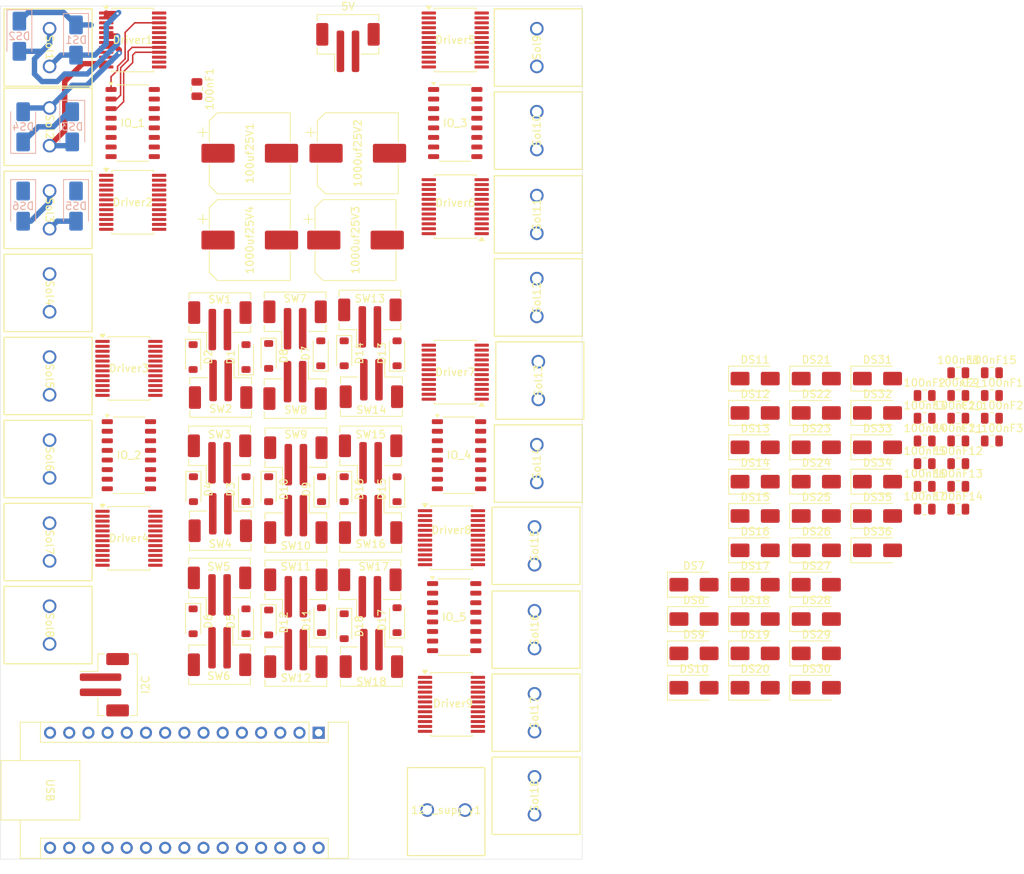
<source format=kicad_pcb>
(kicad_pcb (version 20241229) (generator "pcbnew") (generator_version "9.0")
  (layers (0 "F.Cu" signal) (4 "In1.Cu" signal "GND.Cu") (6 "In2.Cu" signal "12V.Cu") (2 "B.Cu" signal) (13 "F.Paste" user) (15 "B.Paste" user) (5 "F.SilkS" user "F.Silkscreen") (7 "B.SilkS" user "B.Silkscreen") (1 "F.Mask" user) (3 "B.Mask" user) (25 "Edge.Cuts" user))
  (net 0 "")
  (net 1 "5V")
  (net 2 "GND")
  (net 3 "12V")
  (net 6 "Row3")
  (net 8 "LATCH")
  (net 9 "DATA")
  (net 11 "Row4")
  (net 13 "PWM")
  (net 14 "STBY")
  (net 16 "Row2")
  (net 18 "SCL")
  (net 20 "Row1")
  (net 22 "Col1")
  (net 24 "Col3")
  (net 26 "SDA")
  (net 27 "Col2")
  (net 28 "CLOCK")
  (net 29 "Net-(D1-A)")
  (net 30 "Net-(D2-A)")
  (net 31 "Net-(D3-A)")
  (net 32 "Net-(D4-A)")
  (net 33 "Net-(D5-A)")
  (net 34 "Net-(D6-A)")
  (net 35 "Net-(D7-A)")
  (net 36 "Net-(D8-A)")
  (net 37 "Net-(D9-A)")
  (net 38 "Net-(D10-A)")
  (net 39 "Net-(D11-A)")
  (net 40 "Net-(D12-A)")
  (net 41 "Net-(D13-A)")
  (net 42 "Net-(D14-A)")
  (net 43 "Net-(D15-A)")
  (net 44 "Net-(D16-A)")
  (net 45 "Net-(D17-A)")
  (net 46 "Net-(D18-A)")
  (net 47 "S2_out1")
  (net 48 "S1_out2")
  (net 49 "S2_out2")
  (net 50 "S1_in1")
  (net 51 "S2_in2")
  (net 52 "S2_in1")
  (net 53 "S1_out1")
  (net 54 "S1_in2")
  (net 55 "S3_out2")
  (net 56 "S4_in1")
  (net 57 "S3_in2")
  (net 58 "S4_out2")
  (net 59 "S3_out1")
  (net 60 "S3_in1")
  (net 61 "S4_out1")
  (net 62 "S4_in2")
  (net 63 "S6_out2")
  (net 64 "S6_in2")
  (net 65 "S5_out1")
  (net 66 "S5_out2")
  (net 67 "S6_out1")
  (net 68 "S6_in1")
  (net 69 "S5_in2")
  (net 70 "S5_in1")
  (net 71 "S8_out1")
  (net 72 "S7_out2")
  (net 73 "S7_in2")
  (net 74 "S8_in2")
  (net 75 "S7_out1")
  (net 76 "S7_in1")
  (net 77 "S8_out2")
  (net 78 "S8_in1")
  (net 79 "S9_out1")
  (net 80 "S10_out2")
  (net 81 "S10_out1")
  (net 82 "S9_in2")
  (net 83 "S9_out2")
  (net 84 "S10_in1")
  (net 85 "S9_in1")
  (net 86 "S10_in2")
  (net 87 "S12_out1")
  (net 88 "S11_out1")
  (net 89 "S12_in2")
  (net 90 "S12_out2")
  (net 91 "S11_out2")
  (net 92 "S11_in2")
  (net 93 "S12_in1")
  (net 94 "S11_in1")
  (net 95 "S14_out1")
  (net 96 "S14_out2")
  (net 97 "S13_out2")
  (net 98 "S13_out1")
  (net 99 "S14_in2")
  (net 100 "S14_in1")
  (net 101 "S13_in1")
  (net 102 "S13_in2")
  (net 103 "S16_in2")
  (net 104 "S15_out2")
  (net 105 "S15_in1")
  (net 106 "S15_out1")
  (net 107 "S16_out2")
  (net 108 "S16_out1")
  (net 109 "S15_in2")
  (net 110 "S16_in1")
  (net 111 "S18_out1")
  (net 112 "S17_in1")
  (net 113 "S18_in1")
  (net 114 "S17_out1")
  (net 115 "S18_out2")
  (net 116 "S17_in2")
  (net 117 "S18_in2")
  (net 118 "S17_out2")
  (net 119 "Overflow1")
  (net 120 "Row6")
  (net 121 "Overflow2")
  (net 122 "Overflow3")
  (net 123 "Row5")
  (net 125 "Overflow4")
  (footprint "Diode_SMD:D_SMA" (layer "F.Cu") (at 145 87.9)
    (property "Reference" "DS22")
    (property "Value" "D_Schottky")
  )
  (footprint "Connector_JST:JST_PH_B2B-PH-SM4-TB_1x02-1MP_P2.00mm_Vertical" (layer "F.Cu") (at 66 94)
    (property "Reference" "SW3")
    (property "Value" "SW_Push" (hide yes))
  )
  (footprint "Diode_SMD:D_SMA" (layer "F.Cu") (at 128.81 124.3)
    (property "Reference" "DS10")
    (property "Value" "D_Schottky")
  )
  (footprint "Diode_SMD:D_SMA" (layer "F.Cu") (at 128.81 115.2)
    (property "Reference" "DS8")
    (property "Value" "D_Schottky")
  )
  (footprint "Diode_SMD:D_SMA" (layer "F.Cu") (at 145 110.65)
    (property "Reference" "DS27")
    (property "Value" "D_Schottky")
  )
  (footprint "Package_SO:SSOP-24_5.3x8.2mm_P0.65mm" (layer "F.Cu") (at 96.700001 104.425)
    (property "Reference" "Driver8")
    (property "Value" "TB6612FNG" (hide yes))
  )
  (footprint "Diode_SMD:D_SOD-123" (layer "F.Cu") (at 69.5 80.5 90)
    (property "Reference" "D1")
    (property "Value" "1N4148" (hide yes))
  )
  (footprint "Capacitor_SMD:C_0805_2012Metric" (layer "F.Cu") (at 163.795 91.61)
    (property "Reference" "100nF11")
    (property "Value" "C")
  )
  (footprint "Diode_SMD:D_SMA" (layer "F.Cu") (at 128.81 119.75)
    (property "Reference" "DS9")
    (property "Value" "D_Schottky")
  )
  (footprint "Package_SO:SSOP-24_5.3x8.2mm_P0.65mm" (layer "F.Cu") (at 97.200001 38.5)
    (property "Reference" "Driver5")
    (property "Value" "TB6612FNG" (hide yes))
  )
  (footprint "Capacitor_SMD:CP_Elec_10x12.5" (layer "F.Cu") (at 84.3 53.5)
    (property "Reference" "1000uf25V2")
    (property "Value" "C_Polarized" (hide yes))
  )
  (footprint "Capacitor_SMD:C_0805_2012Metric" (layer "F.Cu") (at 159.345 100.64)
    (property "Reference" "100nF7")
    (property "Value" "C")
  )
  (footprint "Diode_SMD:D_SOD-123" (layer "F.Cu") (at 82.5 80 -90)
    (property "Reference" "D14")
    (property "Value" "1N4148" (hide yes))
  )
  (footprint "Diode_SMD:D_SMA" (layer "F.Cu") (at 153.095 106.1)
    (property "Reference" "DS36")
    (property "Value" "D_Schottky")
  )
  (footprint "Diode_SMD:D_SMA" (layer "F.Cu") (at 145 106.1)
    (property "Reference" "DS26")
    (property "Value" "D_Schottky")
  )
  (footprint "Connector_JST:JST_PH_B2B-PH-SM4-TB_1x02-1MP_P2.00mm_Vertical" (layer "F.Cu") (at 66.1 101.75 180)
    (property "Reference" "SW4")
    (property "Value" "SW_Push" (hide yes))
  )
  (footprint "Diode_SMD:D_SOD-123" (layer "F.Cu") (at 89.5 80 90)
    (property "Reference" "D13")
    (property "Value" "1N4148" (hide yes))
  )
  (footprint "TerminalBlock_Phoenix:ScrewTerminal_Vertical_1935310" (layer "F.Cu") (at 43.5 80.5 -90)
    (property "Reference" "Sol5")
    (property "Value" "Conn_01x02_Pin" (hide yes))
  )
  (footprint "TerminalBlock_Phoenix:ScrewTerminal_Vertical_1935310" (layer "F.Cu") (at 93.5 140.5)
    (property "Reference" "12V_supply1")
    (property "Value" "Conn_01x02_Pin" (hide yes))
  )
  (footprint "Diode_SMD:D_SOD-123" (layer "F.Cu") (at 69.5 98 90)
    (property "Reference" "D3")
    (property "Value" "1N4148" (hide yes))
  )
  (footprint "Capacitor_SMD:C_0805_2012Metric" (layer "F.Cu") (at 159.345 91.61)
    (property "Reference" "100nF4")
    (property "Value" "C")
  )
  (footprint "TerminalBlock_Phoenix:ScrewTerminal_Vertical_1935310" (layer "F.Cu") (at 107.700001 141.1049 90)
    (property "Reference" "Sol18")
    (property "Value" "Conn_01x02_Pin" (hide yes))
  )
  (footprint "Diode_SMD:D_SMA" (layer "F.Cu") (at 136.905 87.9)
    (property "Reference" "DS12")
    (property "Value" "D_Schottky")
  )
  (footprint "Connector_JST:JST_PH_B2B-PH-SM4-TB_1x02-1MP_P2.00mm_Vertical" (layer "F.Cu") (at 66 119.5 180)
    (property "Reference" "SW6")
    (property "Value" "SW_Push" (hide yes))
  )
  (footprint "Diode_SMD:D_SMA" (layer "F.Cu") (at 136.905 101.55)
    (property "Reference" "DS15")
    (property "Value" "D_Schottky")
  )
  (footprint "TerminalBlock_Phoenix:ScrewTerminal_Vertical_1935310" (layer "F.Cu") (at 108 42 90)
    (property "Reference" "Sol9")
    (property "Value" "Conn_01x02_Pin" (hide yes))
  )
  (footprint "TerminalBlock_Phoenix:ScrewTerminal_Vertical_1935310" (layer "F.Cu") (at 107.700001 130.1049 90)
    (property "Reference" "Sol17")
    (property "Value" "Conn_01x02_Pin" (hide yes))
  )
  (footprint "Diode_SMD:D_SMA" (layer "F.Cu") (at 136.905 119.75)
    (property "Reference" "DS19")
    (property "Value" "D_Schottky")
  )
  (footprint "Diode_SMD:D_SMA" (layer "F.Cu") (at 145 124.3)
    (property "Reference" "DS30")
    (property "Value" "D_Schottky")
  )
  (footprint "Capacitor_SMD:C_0805_2012Metric" (layer "F.Cu") (at 159.345 85.59)
    (property "Reference" "100nF2")
    (property "Value" "C")
  )
  (footprint "Diode_SMD:D_SOD-123" (layer "F.Cu") (at 79.4 80 90)
    (property "Reference" "D7")
    (property "Value" "1N4148" (hide yes))
  )
  (footprint "Capacitor_SMD:CP_Elec_10x12.5" (layer "F.Cu") (at 70 65)
    (property "Reference" "1000uf25V4")
    (property "Value" "C_Polarized" (hide yes))
  )
  (footprint "Capacitor_SMD:C_0805_2012Metric" (layer "F.Cu") (at 63 45 -90)
    (property "Reference" "100nF1")
    (property "Value" "C" (hide yes))
  )
  (footprint "Capacitor_SMD:C_0805_2012Metric" (layer "F.Cu") (at 163.795 82.58)
    (property "Reference" "100nF8")
    (property "Value" "C")
  )
  (footprint "Diode_SMD:D_SMA" (layer "F.Cu") (at 128.81 110.65)
    (property "Reference" "DS7")
    (property "Value" "D_Schottky")
  )
  (footprint "Connector_JST:JST_PH_B2B-PH-SM4-TB_1x02-1MP_P2.00mm_Vertical" (layer "F.Cu") (at 85.9 111.75)
    (property "Reference" "SW17")
    (property "Value" "SW_Push" (hide yes))
  )
  (footprint "Connector_JST:JST_PH_B2B-PH-SM4-TB_1x02-1MP_P2.00mm_Vertical" (layer "F.Cu") (at 76 84.25 180)
    (property "Reference" "SW8")
    (property "Value" "SW_Push" (hide yes))
  )
  (footprint "Diode_SMD:D_SOD-123" (layer "F.Cu") (at 82.5 116.15 -90)
    (property "Reference" "D18")
    (property "Value" "1N4148" (hide yes))
  )
  (footprint "Connector_JST:JST_PH_B2B-PH-SM4-TB_1x02-1MP_P2.00mm_Vertical" (layer "F.Cu") (at 66 111.5)
    (property "Reference" "SW5")
    (property "Value" "SW_Push" (hide yes))
  )
  (footprint "TerminalBlock_Phoenix:ScrewTerminal_Vertical_1935310" (layer "F.Cu") (at 107.700001 108 90)
    (property "Reference" "Sol15")
    (property "Value" "Conn_01x02_Pin" (hide yes))
  )
  (footprint "Connector_JST:JST_PH_B2B-PH-SM4-TB_1x02-1MP_P2.00mm_Vertical" (layer "F.Cu") (at 76.1 94.25)
    (property "Reference" "SW9")
    (property "Value" "SW_Push" (hide yes))
  )
  (footprint "Capacitor_SMD:C_0805_2012Metric" (layer "F.Cu") (at 168.245 82.58)
    (property "Reference" "100nF15")
    (property "Value" "C")
  )
  (footprint "Connector_JST:JST_PH_B2B-PH-SM4-TB_1x02-1MP_P2.00mm_Vertical" (layer "F.Cu") (at 76.1 119.75 180)
    (property "Reference" "SW12")
    (property "Value" "SW_Push" (hide yes))
  )
  (footprint "Package_SO:SSOP-24_5.3x8.2mm_P0.65mm" (layer "F.Cu") (at 97.200001 60.575 180)
    (property "Reference" "Driver6")
    (property "Value" "TB6612FNG" (hide yes))
  )
  (footprint "Package_SO:JEITA_SOIC-16_3.9x9.9mm_P1.27mm" (layer "F.Cu") (at 54.5 49.5)
    (property "Reference" "IO_1")
    (property "Value" "74HC595" (hide yes))
  )
  (footprint "Diode_SMD:D_SMA" (layer "F.Cu") (at 153.095 101.55)
    (property "Reference" "DS35")
    (property "Value" "D_Schottky")
  )
  (footprint "Package_SO:SSOP-24_5.3x8.2mm_P0.65mm" (layer "F.Cu") (at 97.200001 82.5 180)
    (property "Reference" "Driver7")
    (property "Value" "TB6612FNG" (hide yes))
  )
  (footprint "Connector_JST:JST_PH_B2B-PH-SM4-TB_1x02-1MP_P2.00mm_Vertical" (layer "F.Cu") (at 86.1 84 180)
    (property "Reference" "SW14")
    (property "Value" "SW_Push" (hide yes))
  )
  (footprint "TerminalBlock_Phoenix:ScrewTerminal_Vertical_1935310" (layer "F.Cu") (at 108.200001 86.1049 90)
    (property "Reference" "Sol13")
    (property "Value" "Conn_01x02_Pin" (hide yes))
  )
  (footprint "Diode_SMD:D_SOD-123" (layer "F.Cu") (at 79.5 98 90)
    (property "Reference" "D9")
    (property "Value" "1N4148" (hide yes))
  )
  (footprint "Package_SO:SSOP-24_5.3x8.2mm_P0.65mm" (layer "F.Cu") (at 54.5 60)
    (property "Reference" "Driver2")
    (property "Value" "TB6612FNG" (hide yes))
  )
  (footprint "Package_SO:SSOP-24_5.3x8.2mm_P0.65mm" (layer "F.Cu") (at 54 104.5)
    (property "Reference" "Driver4")
    (property "Value" "TB6612FNG" (hide yes))
  )
  (footprint "Diode_SMD:D_SMA" (layer "F.Cu") (at 145 97)
    (property "Reference" "DS24")
    (property "Value" "D_Schottky")
  )
  (footprint "Connector_JST:JST_PH_B2B-PH-SM4-TB_1x02-1MP_P2.00mm_Vertical" (layer "F.Cu") (at 83 39.5)
    (property "Reference" "5V")
    (property "Value" "Conn_01x01_Pin" (hide yes))
  )
  (footprint "Capacitor_SMD:C_0805_2012Metric" (layer "F.Cu") (at 168.245 85.59)
    (property "Reference" "C2_100nF1")
    (property "Value" "C")
  )
  (footprint "Capacitor_SMD:C_0805_2012Metric" (layer "F.Cu") (at 159.345 97.63)
    (property "Reference" "100nF6")
    (property "Value" "C")
  )
  (footprint "Capacitor_SMD:C_0805_2012Metric" (layer "F.Cu") (at 163.795 97.63)
    (property "Reference" "100nF13")
    (property "Value" "C")
  )
  (footprint "Connector_JST:JST_PH_B2B-PH-SM4-TB_1x02-1MP_P2.00mm_Vertical" (layer "F.Cu") (at 76.1 102 180)
    (property "Reference" "SW10")
    (property "Value" "SW_Push" (hide yes))
  )
  (footprint "TerminalBlock_Phoenix:ScrewTerminal_Vertical_1935310" (layer "F.Cu") (at 108 97.1049 90)
    (property "Reference" "Sol14")
    (property "Value" "Conn_01x02_Pin" (hide yes))
  )
  (footprint "TerminalBlock_Phoenix:ScrewTerminal_Vertical_1935310" (layer "F.Cu") (at 43.5 113.5 -90)
    (property "Reference" "Sol8")
    (property "Value" "Conn_01x02_Pin" (hide yes))
  )
  (footprint "Connector_JST:JST_PH_B2B-PH-SM4-TB_1x02-1MP_P2.00mm_Vertical" (layer "F.Cu") (at 86 94)
    (property "Reference" "SW15")
    (property "Value" "SW_Push" (hide yes))
  )
  (footprint "Connector_JST:JST_PH_B2B-PH-SM4-TB_1x02-1MP_P2.00mm_Vertical" (layer "F.Cu") (at 86.1 119.75 180)
    (property "Reference" "SW18")
    (property "Value" "SW_Push" (hide yes))
  )
  (footprint "Diode_SMD:D_SMA" (layer "F.Cu") (at 136.905 110.65)
    (property "Reference" "DS17")
    (property "Value" "D_Schottky")
  )
  (footprint "Package_SO:SSOP-24_5.3x8.2mm_P0.65mm" (layer "F.Cu") (at 54.5 38.5)
    (property "Reference" "Driver1")
    (property "Value" "TB6612FNG" (hide yes))
  )
  (footprint "Capacitor_SMD:C_0805_2012Metric" (layer "F.Cu") (at 159.345 88.6)
    (property "Reference" "100nF3")
    (property "Value" "C")
  )
  (footprint "Connector_JST:JST_PH_B2B-PH-SM4-TB_1x02-1MP_P2.00mm_Vertical" (layer "F.Cu") (at 86 102 180)
    (property "Reference" "SW16")
    (property "Value" "SW_Push" (hide yes))
  )
  (footprint "Capacitor_SMD:C_0805_2012Metric" (layer "F.Cu") (at 163.795 85.59)
    (property "Reference" "100nF9")
    (property "Value" "C")
  )
  (footprint "Capacitor_SMD:C_0805_2012Metric" (layer "F.Cu") (at 168.245 88.6)
    (property "Reference" "C2_100nF2")
    (property "Value" "C")
  )
  (footprint "Package_SO:SSOP-24_5.3x8.2mm_P0.65mm" (layer "F.Cu") (at 96.700001 126.5)
    (property "Reference" "Driver9")
    (property "Value" "TB6612FNG" (hide yes))
  )
  (footprint "Diode_SMD:D_SOD-123" (layer "F.Cu") (at 72.5 98 -90)
    (property "Reference" "D10")
    (property "Value" "1N4148" (hide yes))
  )
  (footprint "Diode_SMD:D_SMA" (layer "F.Cu") (at 153.095 97)
    (property "Reference" "DS34")
    (property "Value" "D_Schottky")
  )
  (footprint "Diode_SMD:D_SMA" (layer "F.Cu") (at 136.905 92.45)
    (property "Reference" "DS13")
    (property "Value" "D_Schottky")
  )
  (footprint "TerminalBlock_Phoenix:ScrewTerminal_Vertical_1935310" (layer "F.Cu") (at 43.5 47.5 -90)
    (property "Reference" "Sol2")
    (property "Value" "Conn_01x02_Pin" (hide yes))
  )
  (footprint "Diode_SMD:D_SMA" (layer "F.Cu") (at 145 115.2)
    (property "Reference" "DS28")
    (property "Value" "D_Schottky")
  )
  (footprint "Diode_SMD:D_SMA" (layer "F.Cu") (at 145 101.55)
    (property "Reference" "DS25")
    (property "Value" "D_Schottky")
  )
  (footprint "Diode_SMD:D_SMA" (layer "F.Cu") (at 136.905 97)
    (property "Reference" "DS14")
    (property "Value" "D_Schottky")
  )
  (footprint "Diode_SMD:D_SOD-123" (layer "F.Cu") (at 89.5 115.35 90)
    (property "Reference" "D17")
    (property "Value" "1N4148" (hide yes))
  )
  (footprint "Capacitor_SMD:C_0805_2012Metric" (layer "F.Cu") (at 159.345 94.62)
    (property "Reference" "100nF5")
    (property "Value" "C")
  )
  (footprint "TerminalBlock_Phoenix:ScrewTerminal_Vertical_1935310" (layer "F.Cu") (at 43.5 102.5 -90)
    (property "Reference" "Sol7")
    (property "Value" "Conn_01x02_Pin" (hide yes))
  )
  (footprint "Connector_JST:JST_PH_B2B-PH-SM4-TB_1x02-1MP_P2.00mm_Vertical" (layer "F.Cu") (at 66.14308 84.10692 180)
    (property "Reference" "SW2")
    (property "Value" "SW_Push" (hide yes))
  )
  (footprint "Connector_JST:JST_PH_B2B-PH-SM4-TB_1x02-1MP_P2.00mm_Vertical" (layer "F.Cu") (at 76 76.25)
    (property "Reference" "SW7")
    (property "Value" "SW_Push" (hide yes))
  )
  (footprint "TerminalBlock_Phoenix:ScrewTerminal_Vertical_1935310" (layer "F.Cu") (at 43.5 37 -90)
    (property "Reference" "Sol1")
    (property "Value" "Conn_01x02_Pin" (hide yes))
  )
  (footprint "Diode_SMD:D_SOD-123" (layer "F.Cu") (at 62.5 80.5 -90)
    (property "Reference" "D2")
    (property "Value" "1N4148" (hide yes))
  )
  (footprint "Connector_JST:JST_PH_B2B-PH-SM4-TB_1x02-1MP_P2.00mm_Vertical" (layer "F.Cu") (at 66.04308 76.35692)
    (property "Reference" "SW1")
    (property "Value" "SW_Push" (hide yes))
  )
  (footprint "Package_SO:JEITA_SOIC-16_3.9x9.9mm_P1.27mm" (layer "F.Cu") (at 97.062501 114.945)
    (property "Reference" "IO_5")
    (property "Value" "74HC595" (hide yes))
  )
  (footprint "Package_SO:JEITA_SOIC-16_3.9x9.9mm_P1.27mm" (layer "F.Cu") (at 97.700001 93.5)
    (property "Reference" "IO_4")
    (property "Value" "74HC595" (hide yes))
  )
  (footprint "Connector_JST:JST_PH_B2B-PH-SM4-TB_1x02-1MP_P2.00mm_Vertical" (layer "F.Cu") (at 50.75 123.9 -90)
    (property "Reference" "I2C")
    (property "Value" "Conn_01x02_Pin" (hide yes))
  )
  (footprint "Diode_SMD:D_SMA" (layer "F.Cu") (at 153.095 83.35)
    (property "Reference" "DS31")
    (property "Value" "D_Schottky")
  )
  (footprint "Diode_SMD:D_SOD-123" (layer "F.Cu") (at 82.5 98 -90)
    (property "Reference" "D16")
    (property "Value" "1N4148" (hide yes))
  )
  (footprint "TerminalBlock_Phoenix:ScrewTerminal_Vertical_1935310" (layer "F.Cu") (at 108 75.1049 90)
    (property "Reference" "Sol12")
    (property "Value" "Conn_01x02_Pin" (hide yes))
  )
  (footprint "Capacitor_SMD:CP_Elec_10x12.5" (layer "F.Cu") (at 70 53.5)
    (property "Reference" "100uf25V1")
    (property "Value" "C_Polarized" (hide yes))
  )
  (footprint "Diode_SMD:D_SMA" (layer "F.Cu") (at 136.905 115.2)
    (property "Reference" "DS18")
    (property "Value" "D_Schottky")
  )
  (footprint "Connector_JST:JST_PH_B2B-PH-SM4-TB_1x02-1MP_P2.00mm_Vertical" (layer "F.Cu") (at 85.9 76)
    (property "Reference" "SW13")
    (property "Value" "SW_Push" (hide yes))
  )
  (footprint "Diode_SMD:D_SOD-123" (layer "F.Cu") (at 72.5 80.35 -90)
    (property "Reference" "D8")
    (property "Value" "1N4148" (hide yes))
  )
  (footprint "Diode_SMD:D_SMA" (layer "F.Cu") (at 136.905 106.1)
    (property "Reference" "DS16")
    (property "Value" "D_Schottky")
  )
  (footprint "Diode_SMD:D_SMA" (layer "F.Cu") (at 153.095 87.9)
    (property "Reference" "DS32")
    (property "Value" "D_Schottky")
  )
  (footprint "Diode_SMD:D_SMA" (layer "F.Cu") (at 145 119.75)
    (property "Reference" "DS29")
    (property "Value" "D_Schottky")
  )
  (footprint "Diode_SMD:D_SMA" (layer "F.Cu") (at 145 83.35)
    (property "Reference" "DS21")
    (property "Value" "D_Schottky")
  )
  (footprint "Capacitor_SMD:C_0805_2012Metric" (layer "F.Cu") (at 163.795 94.62)
    (property "Reference" "100nF12")
    (property "Value" "C")
  )
  (footprint "Diode_SMD:D_SOD-123" (layer "F.Cu") (at 89.5 98 90)
    (property "Reference" "D15")
    (property "Value" "1N4148" (hide yes))
  )
  (footprint "Diode_SMD:D_SMA" (layer "F.Cu") (at 136.905 124.3)
    (property "Reference" "DS20")
    (property "Value" "D_Schottky")
  )
  (footprint "TerminalBlock_Phoenix:ScrewTerminal_Vertical_1935310" (layer "F.Cu") (at 43.5 58.5 -90)
    (property "Reference" "Sol3")
    (property "Value" "Conn_01x02_Pin" (hide yes))
  )
  (footprint "Capacitor_SMD:C_0805_2012Metric" (layer "F.Cu") (at 163.795 88.6)
    (property "Reference" "100nF10")
    (property "Value" "C")
  )
  (footprint "Package_SO:SSOP-24_5.3x8.2mm_P0.65mm" (layer "F.Cu") (at 54 82)
    (property "Reference" "Driver3")
    (property "Value" "TB6612FNG" (hide yes))
  )
  (footprint "Module:Arduino_Nano" (layer "F.Cu") (at 79.12 130.26 -90)
    (property "Reference" "A1" (hide yes))
    (property "Value" "Arduino_Nano_v3.x")
  )
  (footprint "Diode_SMD:D_SOD-123" (layer "F.Cu") (at 69.5 115.5 90)
    (property "Reference" "D5")
    (property "Value" "1N4148" (hide yes))
  )
  (footprint "Diode_SMD:D_SOD-123" (layer "F.Cu") (at 79.5 115.35 90)
    (property "Reference" "D11")
    (property "Value" "1N4148" (hide yes))
  )
  (footprint "Connector_JST:JST_PH_B2B-PH-SM4-TB_1x02-1MP_P2.00mm_Vertical" (layer "F.Cu") (at 76.1 111.75)
    (property "Reference" "SW11")
    (property "Value" "SW_Push" (hide yes))
  )
  (footprint "Diode_SMD:D_SMA" (layer "F.Cu") (at 153.095 92.45)
    (property "Reference" "DS33")
    (property "Value" "D_Schottky")
  )
  (footprint "TerminalBlock_Phoenix:ScrewTerminal_Vertical_1935310" (layer "F.Cu") (at 108 64.1049 90)
    (property "Reference" "Sol11")
    (property "Value" "Conn_01x02_Pin" (hide yes))
  )
  (footprint "Diode_SMD:D_SMA" (layer "F.Cu") (at 145 92.45)
    (property "Reference" "DS23")
    (property "Value" "D_Schottky")
  )
  (footprint "TerminalBlock_Phoenix:ScrewTerminal_Vertical_1935310" (layer "F.Cu") (at 43.5 91.5 -90)
    (property "Reference" "Sol6")
    (property "Value" "Conn_01x02_Pin" (hide yes))
  )
  (footprint "Diode_SMD:D_SOD-123" (layer "F.Cu") (at 62.5 115.5 -90)
    (property "Reference" "D6")
    (property "Value" "1N4148" (hide yes))
  )
  (footprint "Diode_SMD:D_SMA" (layer "F.Cu") (at 136.905 83.35)
    (property "Reference" "DS11")
    (property "Value" "D_Schottky")
  )
  (footprint "TerminalBlock_Phoenix:ScrewTerminal_Vertical_1935310" (layer "F.Cu") (at 107.700001 119.1049 90)
    (property "Reference" "Sol16")
    (property "Value" "Conn_01x02_Pin" (hide yes))
  )
  (footprint "Capacitor_SMD:CP_Elec_10x12.5" (layer "F.Cu") (at 84 65)
    (property "Reference" "1000uf25V3")
    (property "Value" "C_Polarized" (hide yes))
  )
  (footprint "Package_SO:JEITA_SOIC-16_3.9x9.9mm_P1.27mm" (layer "F.Cu") (at 54 93.5)
    (property "Reference" "IO_2")
    (property "Value" "74HC595" (hide yes))
  )
  (footprint "Capacitor_SMD:C_0805_2012Metric" (layer "F.Cu") (at 163.795 100.64)
    (property "Reference" "100nF14")
    (property "Value" "C")
  )
  (footprint "Package_SO:JEITA_SOIC-16_3.9x9.9mm_P1.27mm" (layer "F.Cu") (at 97.200001 49.5)
    (property "Reference" "IO_3")
    (property "Value" "74HC595" (hide yes))
  )
  (footprint "TerminalBlock_Phoenix:ScrewTerminal_Vertical_1935310" (layer "F.Cu") (at 43.5 69.5 -90)
    (property "Reference" "Sol4")
    (property "Value" "Conn_01x02_Pin" (hide yes))
  )
  (footprint "Capacitor_SMD:C_0805_2012Metric" (layer "F.Cu") (at 168.245 91.61)
    (property "Reference" "C2_100nF3")
    (property "Value" "C")
  )
  (footprint "TerminalBlock_Phoenix:ScrewTerminal_Vertical_1935310" (layer "F.Cu") (at 108 53 90)
    (property "Reference" "Sol10")
    (property "Value" "Conn_01x02_Pin" (hide yes))
  )
  (footprint "Diode_SMD:D_SOD-123" (layer "F.Cu") (at 72.5 115.65 -90)
    (property "Reference" "D12")
    (property "Value" "1N4148" (hide yes))
  )
  (footprint "Diode_SMD:D_SOD-123" (layer "F.Cu") (at 62.54308 98 -90)
    (property "Reference" "D4")
    (property "Value" "1N4148" (hide yes))
  )
  (footprint "Diode_SMD:D_SMA" (layer "B.Cu") (at 47 60.5 -90)
    (property "Reference" "DS5")
    (property "Value" "D_Schottky" (hide yes))
  )
  (footprint "Diode_SMD:D_SMA" (layer "B.Cu") (at 47 38.5 -90)
    (property "Reference" "DS1")
    (property "Value" "D_Schottky" (hide yes))
  )
  (footprint "Diode_SMD:D_SMA" (layer "B.Cu") (at 46.5 50 -90)
    (property "Reference" "DS3")
    (property "Value" "D_Schottky" (hide yes))
  )
  (footprint "Diode_SMD:D_SMA" (layer "B.Cu") (at 40 60.5 -90)
    (property "Reference" "DS6")
    (property "Value" "D_Schottky" (hide yes))
  )
  (footprint "Diode_SMD:D_SMA" (layer "B.Cu") (at 39.5 38 -90)
    (property "Reference" "DS2")
    (property "Value" "D_Schottky" (hide yes))
  )
  (footprint "Diode_SMD:D_SMA" (layer "B.Cu") (at 40 50 90)
    (property "Reference" "DS4")
    (property "Value" "D_Schottky" (hide yes))
  )
  (gr_rect (start 37 34) (end 114 147) (stroke (width 0.05)) (fill no) (layer "Edge.Cuts"))
  (segment (start 46 48) (end 46.5 48) (width 0.7112) (layer "B.Cu") (net 3))
  (segment (start 40.6434 34.8566) (end 39.5 36) (width 0.7112) (layer "B.Cu") (net 3))
  (segment (start 40 52) (end 42 50) (width 0.7112) (layer "B.Cu") (net 3))
  (segment (start 47 36.5) (end 45.3566 34.8566) (width 0.7112) (layer "B.Cu") (net 3))
  (segment (start 45.3566 34.8566) (end 40.6434 34.8566) (width 0.7112) (layer "B.Cu") (net 3))
  (segment (start 44 50) (end 46 48) (width 0.7112) (layer "B.Cu") (net 3))
  (segment (start 42 50) (end 44 50) (width 0.7112) (layer "B.Cu") (net 3))
  (segment (start 47 36.5) (end 49 36.5) (width 0.7112) (layer "B.Cu") (net 3))
  (segment (start 65.14308 83.60692) (end 65.14308 85.14308) (width 0.2) (layer "F.Cu") (net 16))
  (segment (start 67.04308 77.85692) (end 67.04308 76.85692) (width 0.2) (layer "F.Cu") (net 20))
  (segment (start 62.54308 96.70692) (end 62.84308 96.70692) (width 0.2) (layer "F.Cu") (net 22))
  (segment (start 45.5 50.5) (end 45.5 44) (width 0.7112) (layer "F.Cu") (net 47))
  (segment (start 47.8636 41.6364) (end 51 41.6364) (width 0.7112) (layer "F.Cu") (net 47))
  (segment (start 43.5 52.5) (end 45.5 50.5) (width 0.7112) (layer "F.Cu") (net 47))
  (segment (start 45.5 44) (end 47.8636 41.6364) (width 0.7112) (layer "F.Cu") (net 47))
  (segment (start 46 52.5) (end 46.5 52) (width 0.7112) (layer "B.Cu") (net 47))
  (segment (start 43.5 52.5) (end 46 52.5) (width 0.7112) (layer "B.Cu") (net 47))
  (segment (start 52.4636 37.9636) (end 51 37.9636) (width 0.7112) (layer "F.Cu") (net 48))
  (segment (start 52.5 38) (end 52.4636 37.9636) (width 0.7112) (layer "F.Cu") (net 48))
  (via (at 52.5 38) (size 0.508) (drill 0.3048) (layers "F.Cu" "B.Cu") (net 48))
  (segment (start 45.5 43) (end 48.5 43) (width 0.7112) (layer "B.Cu") (net 48))
  (segment (start 41.5 43) (end 42.5 44) (width 0.7112) (layer "B.Cu") (net 48))
  (segment (start 44.5 44) (end 45.5 43) (width 0.7112) (layer "B.Cu") (net 48))
  (segment (start 42.5 44) (end 44.5 44) (width 0.7112) (layer "B.Cu") (net 48))
  (segment (start 42.5 40) (end 41.5 41) (width 0.7112) (layer "B.Cu") (net 48))
  (segment (start 43.5 37) (end 43.5 39) (width 0.7112) (layer "B.Cu") (net 48))
  (segment (start 52.5 39) (end 52.5 38) (width 0.7112) (layer "B.Cu") (net 48))
  (segment (start 39.5 40) (end 42.5 40) (width 0.7112) (layer "B.Cu") (net 48))
  (segment (start 41.5 41) (end 41.5 43) (width 0.7112) (layer "B.Cu") (net 48))
  (segment (start 48.5 43) (end 52.5 39) (width 0.7112) (layer "B.Cu") (net 48))
  (segment (start 43.5 39) (end 42.5 40) (width 0.7112) (layer "B.Cu") (net 48))
  (segment (start 52.719128 39.814576) (end 51.940952 39.0364) (width 0.7112) (layer "F.Cu") (net 49))
  (segment (start 52.719128 40.219128) (end 52.719128 39.814576) (width 0.7112) (layer "F.Cu") (net 49))
  (segment (start 51.940952 39.0364) (end 51 39.0364) (width 0.7112) (layer "F.Cu") (net 49))
  (via (at 52.719128 40.219128) (size 0.508) (drill 0.3048) (layers "F.Cu" "B.Cu") (net 49))
  (segment (start 48.5 44.5) (end 48.5 44.438256) (width 0.7112) (layer "B.Cu") (net 49))
  (segment (start 43.5 47.5) (end 46.5 44.5) (width 0.7112) (layer "B.Cu") (net 49))
  (segment (start 43.5 47.5) (end 40.5 47.5) (width 0.7112) (layer "B.Cu") (net 49))
  (segment (start 40.5 47.5) (end 40 48) (width 0.7112) (layer "B.Cu") (net 49))
  (segment (start 48.5 44.438256) (end 52.719128 40.219128) (width 0.7112) (layer "B.Cu") (net 49))
  (segment (start 46.5 44.5) (end 48.5 44.5) (width 0.7112) (layer "B.Cu") (net 49))
  (segment (start 54.5 41.5) (end 53.302 42.698) (width 0.2) (layer "F.Cu") (net 51))
  (segment (start 53.302 42.698) (end 53.302 46.667999) (width 0.2) (layer "F.Cu") (net 51))
  (segment (start 54.5 40.5) (end 54.5 41.5) (width 0.2) (layer "F.Cu") (net 51))
  (segment (start 58 40.125) (end 54.875 40.125) (width 0.2) (layer "F.Cu") (net 51))
  (segment (start 54.875 40.125) (end 54.5 40.5) (width 0.2) (layer "F.Cu") (net 51))
  (segment (start 52.374999 47.595) (end 51.6375 47.595) (width 0.2) (layer "F.Cu") (net 51))
  (segment (start 53.302 46.667999) (end 52.374999 47.595) (width 0.2) (layer "F.Cu") (net 51))
  (segment (start 52.901 42.1661) (end 52.901 45.798999) (width 0.2) (layer "F.Cu") (net 52))
  (segment (start 53.901 40) (end 53.901 41.1661) (width 0.2) (layer "F.Cu") (net 52))
  (segment (start 52.374999 46.325) (end 51.6375 46.325) (width 0.2) (layer "F.Cu") (net 52))
  (segment (start 58 39.475) (end 54.426 39.475) (width 0.2) (layer "F.Cu") (net 52))
  (segment (start 52.901 45.798999) (end 52.374999 46.325) (width 0.2) (layer "F.Cu") (net 52))
  (segment (start 53.901 41.1661) (end 52.901 42.1661) (width 0.2) (layer "F.Cu") (net 52))
  (segment (start 54.426 39.475) (end 53.901 40) (width 0.2) (layer "F.Cu") (net 52))
  (segment (start 52.5 35) (end 51.075 35) (width 0.7112) (layer "F.Cu") (net 53))
  (segment (start 51.075 35) (end 51 34.925) (width 0.7112) (layer "F.Cu") (net 53))
  (segment (start 51.075 35.3636) (end 51 35.3636) (width 0.7112) (layer "F.Cu") (net 53))
  (segment (start 51.075 35) (end 51.075 35.3636) (width 0.7112) (layer "F.Cu") (net 53))
  (via (at 52.5 35) (size 0.508) (drill 0.3048) (layers "F.Cu" "B.Cu") (net 53))
  (segment (start 45 40.5) (end 47 40.5) (width 0.7112) (layer "B.Cu") (net 53))
  (segment (start 47 40.5) (end 49.5 40.5) (width 0.7112) (layer "B.Cu") (net 53))
  (segment (start 50.5 39.5) (end 51 39) (width 0.7112) (layer "B.Cu") (net 53))
  (segment (start 52 35.5) (end 52.5 35) (width 0.7112) (layer "B.Cu") (net 53))
  (segment (start 43.5 42) (end 45 40.5) (width 0.7112) (layer "B.Cu") (net 53))
  (segment (start 51 39) (end 51 36.5) (width 0.7112) (layer "B.Cu") (net 53))
  (segment (start 49.5 40.5) (end 50.5 39.5) (width 0.7112) (layer "B.Cu") (net 53))
  (segment (start 51 36.5) (end 52 35.5) (width 0.7112) (layer "B.Cu") (net 53))
  (segment (start 52.5 35) (end 52.6434 34.8566) (width 0.7112) (layer "B.Cu") (net 53))
  (segment (start 52.5 42) (end 52.5 42.5) (width 0.2) (layer "F.Cu") (net 54))
  (segment (start 54.775 36.225) (end 53.5 37.5) (width 0.2) (layer "F.Cu") (net 54))
  (segment (start 51.6375 43.3625) (end 51.6375 45.055) (width 0.2) (layer "F.Cu") (net 54))
  (segment (start 53.5 41) (end 52.5 42) (width 0.2) (layer "F.Cu") (net 54))
  (segment (start 53.5 37.5) (end 53.5 41) (width 0.2) (layer "F.Cu") (net 54))
  (segment (start 58 36.225) (end 54.775 36.225) (width 0.2) (layer "F.Cu") (net 54))
  (segment (start 52.5 42.5) (end 51.6375 43.3625) (width 0.2) (layer "F.Cu") (net 54))
  (segment (start 41 62.5) (end 43.5 60) (width 0.7112) (layer "B.Cu") (net 55))
  (segment (start 43.5 60) (end 43.5 58.5) (width 0.7112) (layer "B.Cu") (net 55))
  (segment (start 40 62.5) (end 41 62.5) (width 0.7112) (layer "B.Cu") (net 55))
  (segment (start 44.5 62.5) (end 43.5 63.5) (width 0.7112) (layer "B.Cu") (net 59))
  (segment (start 47 62.5) (end 44.5 62.5) (width 0.7112) (layer "B.Cu") (net 59))
)
</source>
